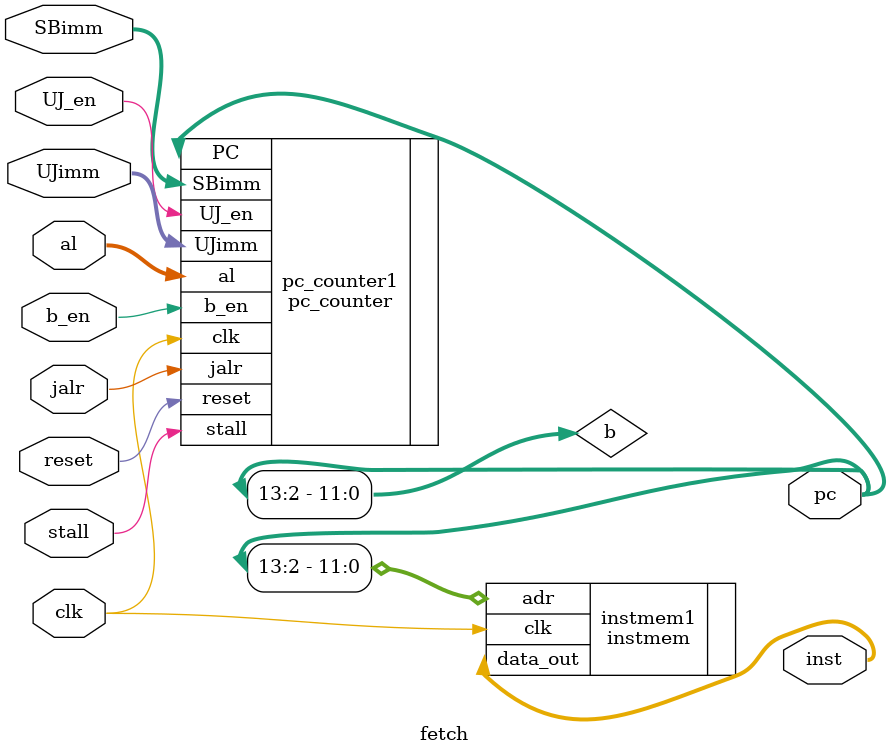
<source format=sv>
module fetch(
  input logic clk,reset,b_en,UJ_en,jalr,stall,
  input logic [31:0] al,UJimm,SBimm,
  output logic [31:0] inst,
  output logic [31:0] pc);
  
 logic [11:0] b;
 pc_counter pc_counter1(.reset(reset),
               .clk(clk),
               .PC(pc),
               .b_en(b_en),
               .UJ_en(UJ_en),
               .jalr(jalr),
               .al(al),
               .UJimm(UJimm),
               .SBimm(SBimm),
               .stall(stall));
  
    

 instmem instmem1(.clk(clk),
              .adr(b),
              .data_out(inst)); 
  
  always_comb begin
     b [11:0] =  pc [13:2];
  end
endmodule


</source>
